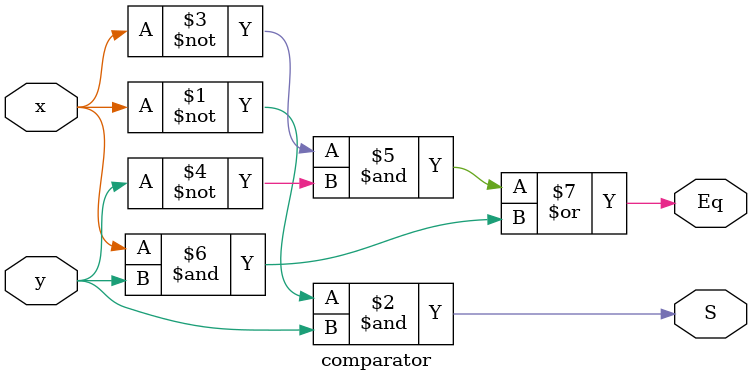
<source format=v>
module comparator (
    input x,
    input y,
    output Eq,
    output S
);
    assign S = ~x & y;
    assign Eq = ~x & ~y | x & y;
endmodule

</source>
